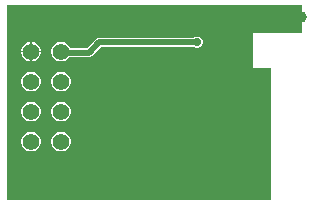
<source format=gbl>
G04*
G04 #@! TF.GenerationSoftware,Altium Limited,Altium Designer,22.7.1 (60)*
G04*
G04 Layer_Physical_Order=2*
G04 Layer_Color=16711680*
%FSLAX44Y44*%
%MOMM*%
G71*
G04*
G04 #@! TF.SameCoordinates,7A3DA631-0345-4E00-B8C7-321365C47752*
G04*
G04*
G04 #@! TF.FilePolarity,Positive*
G04*
G01*
G75*
%ADD30C,0.5000*%
%ADD34C,1.0000*%
%ADD35C,0.7000*%
%ADD36C,1.4000*%
G36*
X505595Y398000D02*
X464000D01*
Y368000D01*
X479000D01*
Y256315D01*
X256315D01*
Y421685D01*
X505595D01*
Y398000D01*
D02*
G37*
%LPC*%
G36*
X417949Y394770D02*
X416051D01*
X414298Y394044D01*
X414082Y393828D01*
X414000Y393844D01*
X334000D01*
X334000Y393844D01*
X332529Y393551D01*
X332115Y393275D01*
X331282Y392718D01*
X331282Y392718D01*
X323408Y384844D01*
X309527D01*
X309406Y385292D01*
X308318Y387178D01*
X306778Y388718D01*
X304892Y389806D01*
X302789Y390370D01*
X300611D01*
X298508Y389806D01*
X296622Y388718D01*
X295082Y387178D01*
X293994Y385292D01*
X293430Y383189D01*
Y381011D01*
X293994Y378908D01*
X295082Y377022D01*
X296622Y375482D01*
X298508Y374394D01*
X300611Y373830D01*
X302789D01*
X304892Y374394D01*
X306778Y375482D01*
X308318Y377022D01*
X308395Y377156D01*
X325000D01*
X325000Y377156D01*
X326227Y377400D01*
X326471Y377449D01*
X327718Y378282D01*
X335592Y386156D01*
X414000D01*
X414082Y386172D01*
X414298Y385956D01*
X416051Y385230D01*
X417949D01*
X419702Y385956D01*
X421044Y387298D01*
X421770Y389051D01*
Y390949D01*
X421044Y392702D01*
X419702Y394044D01*
X417949Y394770D01*
D02*
G37*
G36*
X277389Y390370D02*
X276935D01*
Y382735D01*
X284570D01*
Y383189D01*
X284006Y385292D01*
X282918Y387178D01*
X281378Y388718D01*
X279492Y389806D01*
X277389Y390370D01*
D02*
G37*
G36*
X275665D02*
X275211D01*
X273108Y389806D01*
X271222Y388718D01*
X269682Y387178D01*
X268594Y385292D01*
X268030Y383189D01*
Y382735D01*
X275665D01*
Y390370D01*
D02*
G37*
G36*
X284570Y381465D02*
X276935D01*
Y373830D01*
X277389D01*
X279492Y374394D01*
X281378Y375482D01*
X282918Y377022D01*
X284006Y378908D01*
X284570Y381011D01*
Y381465D01*
D02*
G37*
G36*
X275665D02*
X268030D01*
Y381011D01*
X268594Y378908D01*
X269682Y377022D01*
X271222Y375482D01*
X273108Y374394D01*
X275211Y373830D01*
X275665D01*
Y381465D01*
D02*
G37*
G36*
X302789Y364970D02*
X300611D01*
X298508Y364406D01*
X296622Y363318D01*
X295082Y361778D01*
X293994Y359892D01*
X293430Y357789D01*
Y355611D01*
X293994Y353508D01*
X295082Y351622D01*
X296622Y350082D01*
X298508Y348994D01*
X300611Y348430D01*
X302789D01*
X304892Y348994D01*
X306778Y350082D01*
X308318Y351622D01*
X309406Y353508D01*
X309970Y355611D01*
Y357789D01*
X309406Y359892D01*
X308318Y361778D01*
X306778Y363318D01*
X304892Y364406D01*
X302789Y364970D01*
D02*
G37*
G36*
X277389D02*
X275211D01*
X273108Y364406D01*
X271222Y363318D01*
X269682Y361778D01*
X268594Y359892D01*
X268030Y357789D01*
Y355611D01*
X268594Y353508D01*
X269682Y351622D01*
X271222Y350082D01*
X273108Y348994D01*
X275211Y348430D01*
X277389D01*
X279492Y348994D01*
X281378Y350082D01*
X282918Y351622D01*
X284006Y353508D01*
X284570Y355611D01*
Y357789D01*
X284006Y359892D01*
X282918Y361778D01*
X281378Y363318D01*
X279492Y364406D01*
X277389Y364970D01*
D02*
G37*
G36*
X302789Y339570D02*
X300611D01*
X298508Y339006D01*
X296622Y337918D01*
X295082Y336378D01*
X293994Y334492D01*
X293430Y332389D01*
Y330211D01*
X293994Y328108D01*
X295082Y326222D01*
X296622Y324682D01*
X298508Y323594D01*
X300611Y323030D01*
X302789D01*
X304892Y323594D01*
X306778Y324682D01*
X308318Y326222D01*
X309406Y328108D01*
X309970Y330211D01*
Y332389D01*
X309406Y334492D01*
X308318Y336378D01*
X306778Y337918D01*
X304892Y339006D01*
X302789Y339570D01*
D02*
G37*
G36*
X277389D02*
X275211D01*
X273108Y339006D01*
X271222Y337918D01*
X269682Y336378D01*
X268594Y334492D01*
X268030Y332389D01*
Y330211D01*
X268594Y328108D01*
X269682Y326222D01*
X271222Y324682D01*
X273108Y323594D01*
X275211Y323030D01*
X277389D01*
X279492Y323594D01*
X281378Y324682D01*
X282918Y326222D01*
X284006Y328108D01*
X284570Y330211D01*
Y332389D01*
X284006Y334492D01*
X282918Y336378D01*
X281378Y337918D01*
X279492Y339006D01*
X277389Y339570D01*
D02*
G37*
G36*
X302789Y314170D02*
X300611D01*
X298508Y313606D01*
X296622Y312518D01*
X295082Y310978D01*
X293994Y309092D01*
X293430Y306989D01*
Y304811D01*
X293994Y302708D01*
X295082Y300822D01*
X296622Y299282D01*
X298508Y298194D01*
X300611Y297630D01*
X302789D01*
X304892Y298194D01*
X306778Y299282D01*
X308318Y300822D01*
X309406Y302708D01*
X309970Y304811D01*
Y306989D01*
X309406Y309092D01*
X308318Y310978D01*
X306778Y312518D01*
X304892Y313606D01*
X302789Y314170D01*
D02*
G37*
G36*
X277389D02*
X275211D01*
X273108Y313606D01*
X271222Y312518D01*
X269682Y310978D01*
X268594Y309092D01*
X268030Y306989D01*
Y304811D01*
X268594Y302708D01*
X269682Y300822D01*
X271222Y299282D01*
X273108Y298194D01*
X275211Y297630D01*
X277389D01*
X279492Y298194D01*
X281378Y299282D01*
X282918Y300822D01*
X284006Y302708D01*
X284570Y304811D01*
Y306989D01*
X284006Y309092D01*
X282918Y310978D01*
X281378Y312518D01*
X279492Y313606D01*
X277389Y314170D01*
D02*
G37*
%LPD*%
D30*
X325000Y381000D02*
X334000Y390000D01*
X414000D01*
X302800Y381000D02*
X325000D01*
X301700Y382100D02*
X302800Y381000D01*
D34*
X505000Y411000D02*
D03*
D35*
X417000Y390000D02*
D03*
X470000Y360000D02*
D03*
X460000Y300000D02*
D03*
Y260000D02*
D03*
X450000Y400000D02*
D03*
X440000Y260000D02*
D03*
X420000D02*
D03*
X400000D02*
D03*
X380000D02*
D03*
X360000D02*
D03*
X350000Y320000D02*
D03*
X340000Y260000D02*
D03*
X330000Y400000D02*
D03*
X320000Y260000D02*
D03*
X310000Y400000D02*
D03*
Y280000D02*
D03*
X300000Y260000D02*
D03*
X290000Y400000D02*
D03*
Y280000D02*
D03*
X280000Y260000D02*
D03*
X260000Y380000D02*
D03*
Y340000D02*
D03*
Y300000D02*
D03*
X270000Y280000D02*
D03*
X260000Y260000D02*
D03*
D36*
X276300Y382100D02*
D03*
X301700D02*
D03*
Y356700D02*
D03*
X276300D02*
D03*
Y331300D02*
D03*
X301700D02*
D03*
X276300Y305900D02*
D03*
X301700D02*
D03*
M02*

</source>
